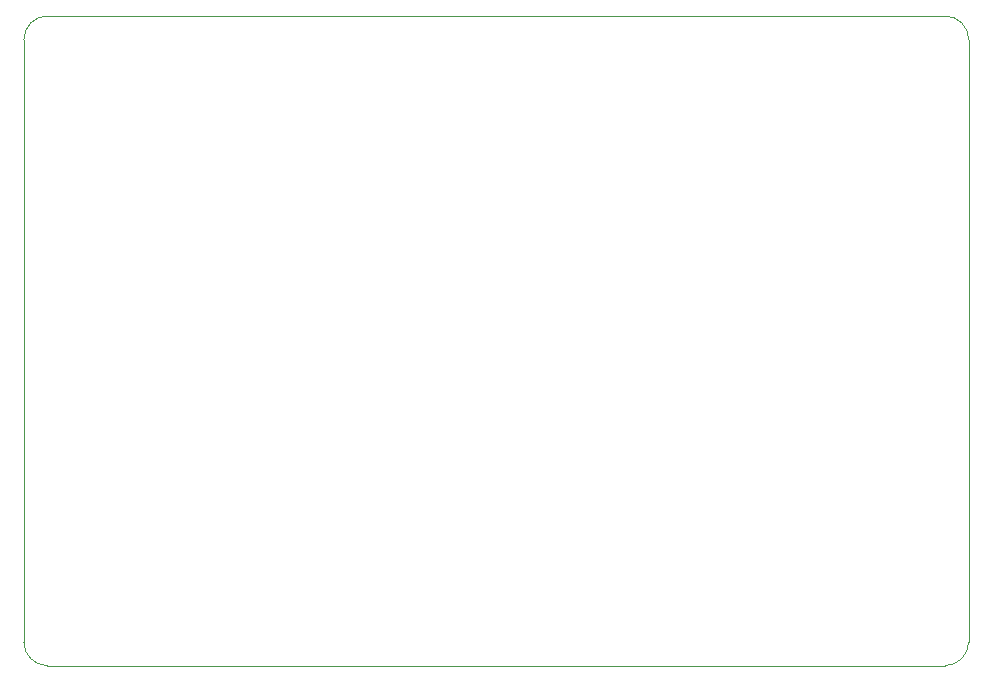
<source format=gbr>
%TF.GenerationSoftware,Altium Limited,Altium Designer,26.2.0 (7)*%
G04 Layer_Color=0*
%FSLAX45Y45*%
%MOMM*%
%TF.SameCoordinates,98F60570-CFD4-4618-BAC5-DA2D18F82F03*%
%TF.FilePolarity,Positive*%
%TF.FileFunction,Profile,NP*%
%TF.Part,Single*%
G01*
G75*
%TA.AperFunction,Profile*%
%ADD73C,0.02540*%
D73*
X0Y200000D02*
Y5300000D01*
D02*
G02*
X200000Y5500000I200000J0D01*
G01*
X7800000D01*
D02*
G02*
X8000000Y5300000I0J-200000D01*
G01*
Y200000D01*
D02*
G02*
X7800000Y0I-200000J0D01*
G01*
X200000D01*
D02*
G02*
X0Y200000I0J200000D01*
G01*
%TF.MD5,bafc9d946c2c55aad1aa5992acf0cdb1*%
M02*

</source>
